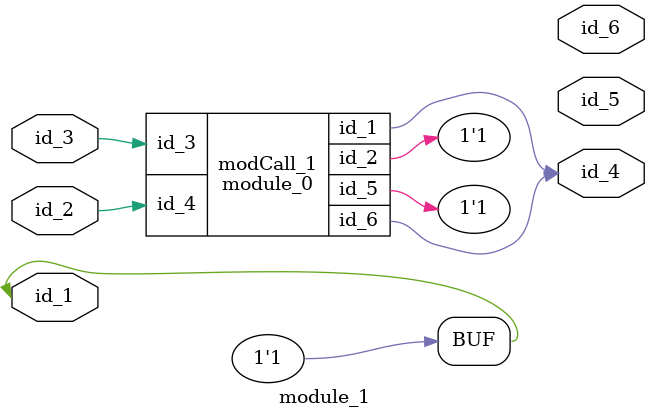
<source format=v>
module module_0 (
    id_1,
    id_2,
    id_3,
    id_4,
    id_5,
    id_6
);
  output wire id_6;
  inout wire id_5;
  input wire id_4;
  input wire id_3;
  inout wire id_2;
  output wire id_1;
  wire id_7, id_8;
endmodule
module module_1 (
    id_1,
    id_2,
    id_3,
    id_4,
    id_5,
    id_6
);
  output wire id_6;
  output wire id_5;
  output wire id_4;
  input wire id_3;
  input wire id_2;
  inout wire id_1;
  always id_1 = 1;
  module_0 modCall_1 (
      id_4,
      id_1,
      id_3,
      id_2,
      id_1,
      id_4
  );
  assign id_1 = 1;
endmodule

</source>
